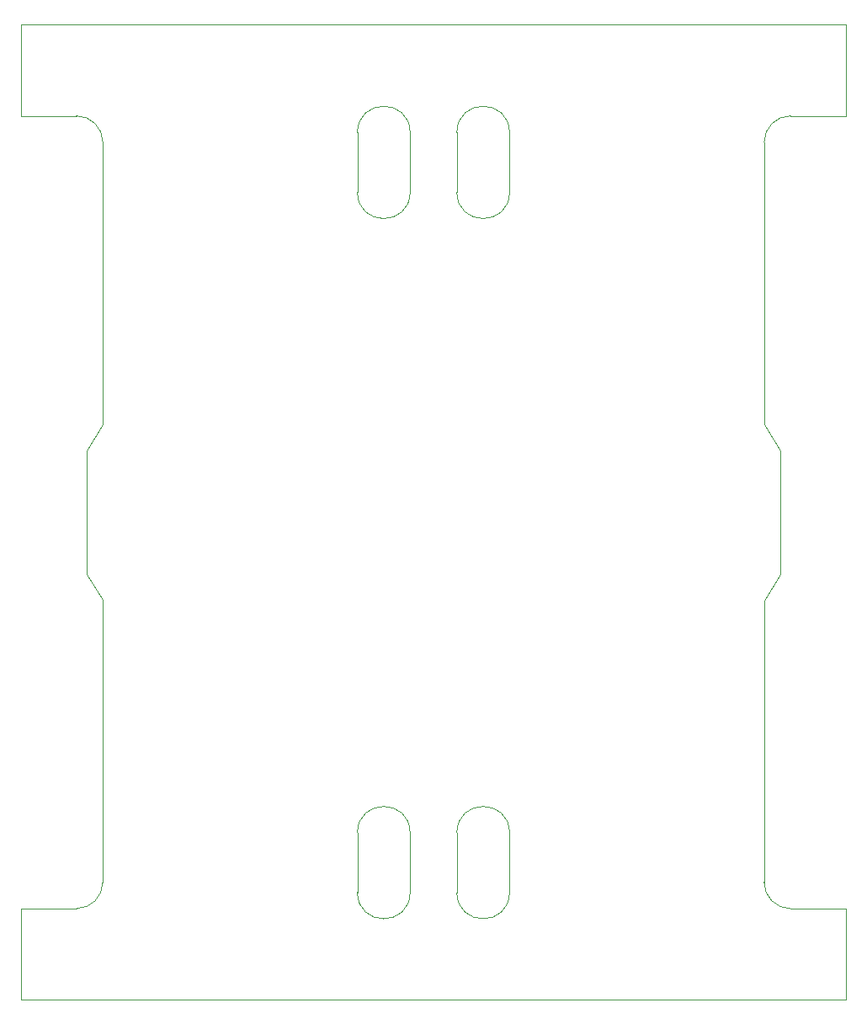
<source format=gbr>
%TF.GenerationSoftware,KiCad,Pcbnew,(6.0.7)*%
%TF.CreationDate,2023-05-18T12:23:57-07:00*%
%TF.ProjectId,solar-panel-NoCutout,736f6c61-722d-4706-916e-656c2d4e6f43,3.0*%
%TF.SameCoordinates,Original*%
%TF.FileFunction,Profile,NP*%
%FSLAX46Y46*%
G04 Gerber Fmt 4.6, Leading zero omitted, Abs format (unit mm)*
G04 Created by KiCad (PCBNEW (6.0.7)) date 2023-05-18 12:23:57*
%MOMM*%
%LPD*%
G01*
G04 APERTURE LIST*
%TA.AperFunction,Profile*%
%ADD10C,0.050000*%
%TD*%
G04 APERTURE END LIST*
D10*
X136850000Y-153000000D02*
X136850000Y-147000000D01*
X142150000Y-153000000D02*
X142150000Y-147000000D01*
X146850000Y-147000000D02*
X146850000Y-153000000D01*
X152150000Y-153000000D02*
X152150000Y-147000000D01*
X142150000Y-76600000D02*
X142150000Y-82600000D01*
X136850000Y-76600000D02*
X136850000Y-82600000D01*
X146850000Y-76600000D02*
X146850000Y-82600000D01*
X152150000Y-76600000D02*
X152150000Y-82600000D01*
X186000000Y-65750000D02*
X103000000Y-65750000D01*
X108580000Y-74920000D02*
X103000000Y-74920000D01*
X111239938Y-77570000D02*
G75*
G03*
X108580000Y-74920000I-2644938J5100D01*
G01*
X103000000Y-65750000D02*
X103000000Y-74920000D01*
X103000000Y-154620000D02*
X103000000Y-163750000D01*
X136850000Y-82600000D02*
G75*
G03*
X142150000Y-82600000I2650000J0D01*
G01*
X186000000Y-74925000D02*
X180420000Y-74925000D01*
X152150000Y-76600000D02*
G75*
G03*
X146850000Y-76600000I-2650000J0D01*
G01*
X186000000Y-74925000D02*
X186000000Y-65750000D01*
X142150000Y-76600000D02*
G75*
G03*
X136850000Y-76600000I-2650000J0D01*
G01*
X111240000Y-123595000D02*
X111240000Y-151970000D01*
X109650000Y-108545000D02*
X109650000Y-120995000D01*
X109650000Y-120995000D02*
X111240000Y-123595000D01*
X103000000Y-163750000D02*
X186000000Y-163750000D01*
X142150000Y-147000000D02*
G75*
G03*
X136850000Y-147000000I-2650000J0D01*
G01*
X186000000Y-163750000D02*
X186000000Y-154625000D01*
X136850000Y-153000000D02*
G75*
G03*
X142150000Y-153000000I2650000J0D01*
G01*
X180420000Y-74925038D02*
G75*
G03*
X177760000Y-77575000I-15100J-2644862D01*
G01*
X109650000Y-108545000D02*
X111240000Y-105945000D01*
X177760000Y-105950000D02*
X179350000Y-108550000D01*
X177760000Y-77575000D02*
X177760000Y-105950000D01*
X152150000Y-147000000D02*
G75*
G03*
X146850000Y-147000000I-2650000J0D01*
G01*
X108580000Y-154619962D02*
G75*
G03*
X111240000Y-151970000I15000J2644962D01*
G01*
X179350000Y-108550000D02*
X179350000Y-121000000D01*
X146850000Y-153000000D02*
G75*
G03*
X152150000Y-153000000I2650000J0D01*
G01*
X111240000Y-77570000D02*
X111240000Y-105945000D01*
X177759963Y-151975000D02*
G75*
G03*
X180420000Y-154625000I2645137J-4900D01*
G01*
X103000000Y-154620000D02*
X108580000Y-154620000D01*
X146850000Y-82600000D02*
G75*
G03*
X152150000Y-82600000I2650000J0D01*
G01*
X177760000Y-123600000D02*
X177760000Y-151975000D01*
X177760000Y-123600000D02*
X179350000Y-121000000D01*
X180420000Y-154625000D02*
X186000000Y-154625000D01*
M02*

</source>
